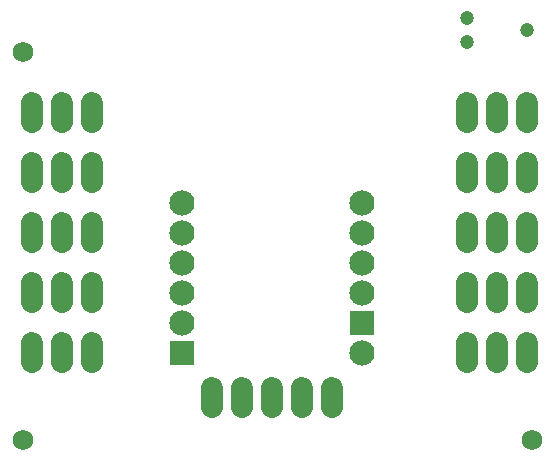
<source format=gbs>
G75*
%MOIN*%
%OFA0B0*%
%FSLAX25Y25*%
%IPPOS*%
%LPD*%
%AMOC8*
5,1,8,0,0,1.08239X$1,22.5*
%
%ADD10C,0.06800*%
%ADD11C,0.07200*%
%ADD12C,0.04737*%
%ADD13R,0.08400X0.08400*%
%ADD14C,0.08400*%
D10*
X0013600Y0013667D03*
X0013600Y0143067D03*
X0183000Y0013667D03*
D11*
X0181600Y0039467D02*
X0181600Y0045867D01*
X0171600Y0045867D02*
X0171600Y0039467D01*
X0161600Y0039467D02*
X0161600Y0045867D01*
X0161600Y0059467D02*
X0161600Y0065867D01*
X0171600Y0065867D02*
X0171600Y0059467D01*
X0181600Y0059467D02*
X0181600Y0065867D01*
X0181600Y0079467D02*
X0181600Y0085867D01*
X0171600Y0085867D02*
X0171600Y0079467D01*
X0161600Y0079467D02*
X0161600Y0085867D01*
X0161600Y0099467D02*
X0161600Y0105867D01*
X0171600Y0105867D02*
X0171600Y0099467D01*
X0181600Y0099467D02*
X0181600Y0105867D01*
X0181600Y0119467D02*
X0181600Y0125867D01*
X0171600Y0125867D02*
X0171600Y0119467D01*
X0161600Y0119467D02*
X0161600Y0125867D01*
X0116600Y0030867D02*
X0116600Y0024467D01*
X0106600Y0024467D02*
X0106600Y0030867D01*
X0096600Y0030867D02*
X0096600Y0024467D01*
X0086600Y0024467D02*
X0086600Y0030867D01*
X0076600Y0030867D02*
X0076600Y0024467D01*
X0036600Y0039467D02*
X0036600Y0045867D01*
X0026600Y0045867D02*
X0026600Y0039467D01*
X0016600Y0039467D02*
X0016600Y0045867D01*
X0016600Y0059467D02*
X0016600Y0065867D01*
X0026600Y0065867D02*
X0026600Y0059467D01*
X0036600Y0059467D02*
X0036600Y0065867D01*
X0036600Y0079467D02*
X0036600Y0085867D01*
X0026600Y0085867D02*
X0026600Y0079467D01*
X0016600Y0079467D02*
X0016600Y0085867D01*
X0016600Y0099467D02*
X0016600Y0105867D01*
X0026600Y0105867D02*
X0026600Y0099467D01*
X0036600Y0099467D02*
X0036600Y0105867D01*
X0036600Y0119467D02*
X0036600Y0125867D01*
X0026600Y0125867D02*
X0026600Y0119467D01*
X0016600Y0119467D02*
X0016600Y0125867D01*
D12*
X0161600Y0146167D03*
X0161600Y0154167D03*
X0181600Y0150167D03*
D13*
X0126600Y0052667D03*
X0066600Y0042667D03*
D14*
X0066600Y0052667D03*
X0066600Y0062667D03*
X0066600Y0072667D03*
X0066600Y0082667D03*
X0066600Y0092667D03*
X0126600Y0092667D03*
X0126600Y0082667D03*
X0126600Y0072667D03*
X0126600Y0062667D03*
X0126600Y0042667D03*
M02*

</source>
